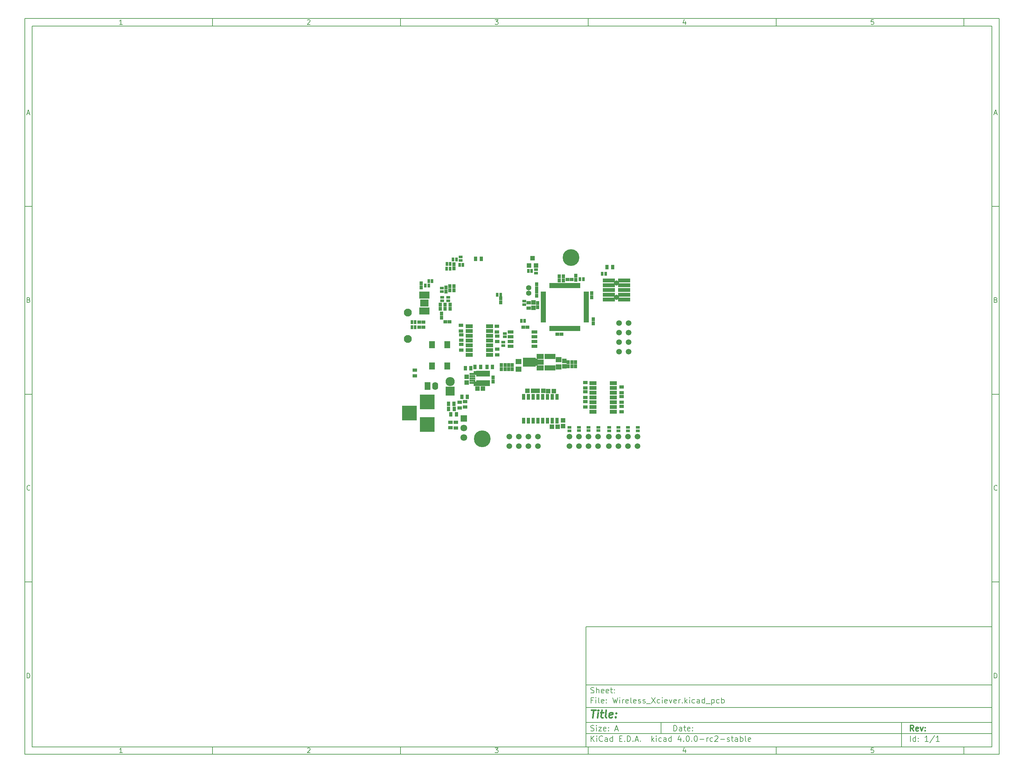
<source format=gbr>
G04 #@! TF.FileFunction,Soldermask,Top*
%FSLAX46Y46*%
G04 Gerber Fmt 4.6, Leading zero omitted, Abs format (unit mm)*
G04 Created by KiCad (PCBNEW 4.0.0-rc2-stable) date 1/25/2016 6:21:02 PM*
%MOMM*%
G01*
G04 APERTURE LIST*
%ADD10C,0.100000*%
%ADD11C,0.150000*%
%ADD12C,0.300000*%
%ADD13C,0.400000*%
%ADD14C,4.464000*%
%ADD15R,3.900120X3.900120*%
%ADD16R,1.300000X0.900000*%
%ADD17R,1.150000X1.200000*%
%ADD18R,0.900000X1.300000*%
%ADD19R,1.200000X0.600000*%
%ADD20R,1.500000X0.600000*%
%ADD21R,0.650000X1.500000*%
%ADD22R,0.650000X1.200000*%
%ADD23R,0.650000X1.100000*%
%ADD24R,2.350000X1.500000*%
%ADD25R,0.908000X1.543000*%
%ADD26R,1.900000X1.000000*%
%ADD27R,1.200000X1.150000*%
%ADD28R,1.797000X1.797000*%
%ADD29C,1.797000*%
%ADD30R,2.432000X2.432000*%
%ADD31O,2.432000X2.432000*%
%ADD32R,3.190000X1.140000*%
%ADD33C,1.370000*%
%ADD34C,1.400760*%
%ADD35R,1.200100X1.200100*%
%ADD36R,1.400000X0.650000*%
%ADD37R,0.650000X1.400000*%
%ADD38R,2.900000X1.400000*%
%ADD39R,1.901140X1.400760*%
%ADD40R,3.399740X2.398980*%
%ADD41R,1.600000X2.100000*%
%ADD42O,1.600000X2.100000*%
%ADD43C,1.500000*%
%ADD44R,0.900000X1.000000*%
%ADD45R,1.650000X1.400000*%
%ADD46R,1.000000X0.900000*%
%ADD47R,0.800000X1.000000*%
%ADD48R,1.000000X0.800000*%
%ADD49R,1.500000X1.900000*%
%ADD50R,1.543000X0.908000*%
%ADD51R,0.750000X1.950000*%
%ADD52R,2.290000X1.970000*%
%ADD53C,2.100000*%
G04 APERTURE END LIST*
D10*
D11*
X159400000Y-171900000D02*
X159400000Y-203900000D01*
X267400000Y-203900000D01*
X267400000Y-171900000D01*
X159400000Y-171900000D01*
D10*
D11*
X10000000Y-10000000D02*
X10000000Y-205900000D01*
X269400000Y-205900000D01*
X269400000Y-10000000D01*
X10000000Y-10000000D01*
D10*
D11*
X12000000Y-12000000D02*
X12000000Y-203900000D01*
X267400000Y-203900000D01*
X267400000Y-12000000D01*
X12000000Y-12000000D01*
D10*
D11*
X60000000Y-12000000D02*
X60000000Y-10000000D01*
D10*
D11*
X110000000Y-12000000D02*
X110000000Y-10000000D01*
D10*
D11*
X160000000Y-12000000D02*
X160000000Y-10000000D01*
D10*
D11*
X210000000Y-12000000D02*
X210000000Y-10000000D01*
D10*
D11*
X260000000Y-12000000D02*
X260000000Y-10000000D01*
D10*
D11*
X35990476Y-11588095D02*
X35247619Y-11588095D01*
X35619048Y-11588095D02*
X35619048Y-10288095D01*
X35495238Y-10473810D01*
X35371429Y-10597619D01*
X35247619Y-10659524D01*
D10*
D11*
X85247619Y-10411905D02*
X85309524Y-10350000D01*
X85433333Y-10288095D01*
X85742857Y-10288095D01*
X85866667Y-10350000D01*
X85928571Y-10411905D01*
X85990476Y-10535714D01*
X85990476Y-10659524D01*
X85928571Y-10845238D01*
X85185714Y-11588095D01*
X85990476Y-11588095D01*
D10*
D11*
X135185714Y-10288095D02*
X135990476Y-10288095D01*
X135557143Y-10783333D01*
X135742857Y-10783333D01*
X135866667Y-10845238D01*
X135928571Y-10907143D01*
X135990476Y-11030952D01*
X135990476Y-11340476D01*
X135928571Y-11464286D01*
X135866667Y-11526190D01*
X135742857Y-11588095D01*
X135371429Y-11588095D01*
X135247619Y-11526190D01*
X135185714Y-11464286D01*
D10*
D11*
X185866667Y-10721429D02*
X185866667Y-11588095D01*
X185557143Y-10226190D02*
X185247619Y-11154762D01*
X186052381Y-11154762D01*
D10*
D11*
X235928571Y-10288095D02*
X235309524Y-10288095D01*
X235247619Y-10907143D01*
X235309524Y-10845238D01*
X235433333Y-10783333D01*
X235742857Y-10783333D01*
X235866667Y-10845238D01*
X235928571Y-10907143D01*
X235990476Y-11030952D01*
X235990476Y-11340476D01*
X235928571Y-11464286D01*
X235866667Y-11526190D01*
X235742857Y-11588095D01*
X235433333Y-11588095D01*
X235309524Y-11526190D01*
X235247619Y-11464286D01*
D10*
D11*
X60000000Y-203900000D02*
X60000000Y-205900000D01*
D10*
D11*
X110000000Y-203900000D02*
X110000000Y-205900000D01*
D10*
D11*
X160000000Y-203900000D02*
X160000000Y-205900000D01*
D10*
D11*
X210000000Y-203900000D02*
X210000000Y-205900000D01*
D10*
D11*
X260000000Y-203900000D02*
X260000000Y-205900000D01*
D10*
D11*
X35990476Y-205488095D02*
X35247619Y-205488095D01*
X35619048Y-205488095D02*
X35619048Y-204188095D01*
X35495238Y-204373810D01*
X35371429Y-204497619D01*
X35247619Y-204559524D01*
D10*
D11*
X85247619Y-204311905D02*
X85309524Y-204250000D01*
X85433333Y-204188095D01*
X85742857Y-204188095D01*
X85866667Y-204250000D01*
X85928571Y-204311905D01*
X85990476Y-204435714D01*
X85990476Y-204559524D01*
X85928571Y-204745238D01*
X85185714Y-205488095D01*
X85990476Y-205488095D01*
D10*
D11*
X135185714Y-204188095D02*
X135990476Y-204188095D01*
X135557143Y-204683333D01*
X135742857Y-204683333D01*
X135866667Y-204745238D01*
X135928571Y-204807143D01*
X135990476Y-204930952D01*
X135990476Y-205240476D01*
X135928571Y-205364286D01*
X135866667Y-205426190D01*
X135742857Y-205488095D01*
X135371429Y-205488095D01*
X135247619Y-205426190D01*
X135185714Y-205364286D01*
D10*
D11*
X185866667Y-204621429D02*
X185866667Y-205488095D01*
X185557143Y-204126190D02*
X185247619Y-205054762D01*
X186052381Y-205054762D01*
D10*
D11*
X235928571Y-204188095D02*
X235309524Y-204188095D01*
X235247619Y-204807143D01*
X235309524Y-204745238D01*
X235433333Y-204683333D01*
X235742857Y-204683333D01*
X235866667Y-204745238D01*
X235928571Y-204807143D01*
X235990476Y-204930952D01*
X235990476Y-205240476D01*
X235928571Y-205364286D01*
X235866667Y-205426190D01*
X235742857Y-205488095D01*
X235433333Y-205488095D01*
X235309524Y-205426190D01*
X235247619Y-205364286D01*
D10*
D11*
X10000000Y-60000000D02*
X12000000Y-60000000D01*
D10*
D11*
X10000000Y-110000000D02*
X12000000Y-110000000D01*
D10*
D11*
X10000000Y-160000000D02*
X12000000Y-160000000D01*
D10*
D11*
X10690476Y-35216667D02*
X11309524Y-35216667D01*
X10566667Y-35588095D02*
X11000000Y-34288095D01*
X11433333Y-35588095D01*
D10*
D11*
X11092857Y-84907143D02*
X11278571Y-84969048D01*
X11340476Y-85030952D01*
X11402381Y-85154762D01*
X11402381Y-85340476D01*
X11340476Y-85464286D01*
X11278571Y-85526190D01*
X11154762Y-85588095D01*
X10659524Y-85588095D01*
X10659524Y-84288095D01*
X11092857Y-84288095D01*
X11216667Y-84350000D01*
X11278571Y-84411905D01*
X11340476Y-84535714D01*
X11340476Y-84659524D01*
X11278571Y-84783333D01*
X11216667Y-84845238D01*
X11092857Y-84907143D01*
X10659524Y-84907143D01*
D10*
D11*
X11402381Y-135464286D02*
X11340476Y-135526190D01*
X11154762Y-135588095D01*
X11030952Y-135588095D01*
X10845238Y-135526190D01*
X10721429Y-135402381D01*
X10659524Y-135278571D01*
X10597619Y-135030952D01*
X10597619Y-134845238D01*
X10659524Y-134597619D01*
X10721429Y-134473810D01*
X10845238Y-134350000D01*
X11030952Y-134288095D01*
X11154762Y-134288095D01*
X11340476Y-134350000D01*
X11402381Y-134411905D01*
D10*
D11*
X10659524Y-185588095D02*
X10659524Y-184288095D01*
X10969048Y-184288095D01*
X11154762Y-184350000D01*
X11278571Y-184473810D01*
X11340476Y-184597619D01*
X11402381Y-184845238D01*
X11402381Y-185030952D01*
X11340476Y-185278571D01*
X11278571Y-185402381D01*
X11154762Y-185526190D01*
X10969048Y-185588095D01*
X10659524Y-185588095D01*
D10*
D11*
X269400000Y-60000000D02*
X267400000Y-60000000D01*
D10*
D11*
X269400000Y-110000000D02*
X267400000Y-110000000D01*
D10*
D11*
X269400000Y-160000000D02*
X267400000Y-160000000D01*
D10*
D11*
X268090476Y-35216667D02*
X268709524Y-35216667D01*
X267966667Y-35588095D02*
X268400000Y-34288095D01*
X268833333Y-35588095D01*
D10*
D11*
X268492857Y-84907143D02*
X268678571Y-84969048D01*
X268740476Y-85030952D01*
X268802381Y-85154762D01*
X268802381Y-85340476D01*
X268740476Y-85464286D01*
X268678571Y-85526190D01*
X268554762Y-85588095D01*
X268059524Y-85588095D01*
X268059524Y-84288095D01*
X268492857Y-84288095D01*
X268616667Y-84350000D01*
X268678571Y-84411905D01*
X268740476Y-84535714D01*
X268740476Y-84659524D01*
X268678571Y-84783333D01*
X268616667Y-84845238D01*
X268492857Y-84907143D01*
X268059524Y-84907143D01*
D10*
D11*
X268802381Y-135464286D02*
X268740476Y-135526190D01*
X268554762Y-135588095D01*
X268430952Y-135588095D01*
X268245238Y-135526190D01*
X268121429Y-135402381D01*
X268059524Y-135278571D01*
X267997619Y-135030952D01*
X267997619Y-134845238D01*
X268059524Y-134597619D01*
X268121429Y-134473810D01*
X268245238Y-134350000D01*
X268430952Y-134288095D01*
X268554762Y-134288095D01*
X268740476Y-134350000D01*
X268802381Y-134411905D01*
D10*
D11*
X268059524Y-185588095D02*
X268059524Y-184288095D01*
X268369048Y-184288095D01*
X268554762Y-184350000D01*
X268678571Y-184473810D01*
X268740476Y-184597619D01*
X268802381Y-184845238D01*
X268802381Y-185030952D01*
X268740476Y-185278571D01*
X268678571Y-185402381D01*
X268554762Y-185526190D01*
X268369048Y-185588095D01*
X268059524Y-185588095D01*
D10*
D11*
X182757143Y-199678571D02*
X182757143Y-198178571D01*
X183114286Y-198178571D01*
X183328571Y-198250000D01*
X183471429Y-198392857D01*
X183542857Y-198535714D01*
X183614286Y-198821429D01*
X183614286Y-199035714D01*
X183542857Y-199321429D01*
X183471429Y-199464286D01*
X183328571Y-199607143D01*
X183114286Y-199678571D01*
X182757143Y-199678571D01*
X184900000Y-199678571D02*
X184900000Y-198892857D01*
X184828571Y-198750000D01*
X184685714Y-198678571D01*
X184400000Y-198678571D01*
X184257143Y-198750000D01*
X184900000Y-199607143D02*
X184757143Y-199678571D01*
X184400000Y-199678571D01*
X184257143Y-199607143D01*
X184185714Y-199464286D01*
X184185714Y-199321429D01*
X184257143Y-199178571D01*
X184400000Y-199107143D01*
X184757143Y-199107143D01*
X184900000Y-199035714D01*
X185400000Y-198678571D02*
X185971429Y-198678571D01*
X185614286Y-198178571D02*
X185614286Y-199464286D01*
X185685714Y-199607143D01*
X185828572Y-199678571D01*
X185971429Y-199678571D01*
X187042857Y-199607143D02*
X186900000Y-199678571D01*
X186614286Y-199678571D01*
X186471429Y-199607143D01*
X186400000Y-199464286D01*
X186400000Y-198892857D01*
X186471429Y-198750000D01*
X186614286Y-198678571D01*
X186900000Y-198678571D01*
X187042857Y-198750000D01*
X187114286Y-198892857D01*
X187114286Y-199035714D01*
X186400000Y-199178571D01*
X187757143Y-199535714D02*
X187828571Y-199607143D01*
X187757143Y-199678571D01*
X187685714Y-199607143D01*
X187757143Y-199535714D01*
X187757143Y-199678571D01*
X187757143Y-198750000D02*
X187828571Y-198821429D01*
X187757143Y-198892857D01*
X187685714Y-198821429D01*
X187757143Y-198750000D01*
X187757143Y-198892857D01*
D10*
D11*
X159400000Y-200400000D02*
X267400000Y-200400000D01*
D10*
D11*
X160757143Y-202478571D02*
X160757143Y-200978571D01*
X161614286Y-202478571D02*
X160971429Y-201621429D01*
X161614286Y-200978571D02*
X160757143Y-201835714D01*
X162257143Y-202478571D02*
X162257143Y-201478571D01*
X162257143Y-200978571D02*
X162185714Y-201050000D01*
X162257143Y-201121429D01*
X162328571Y-201050000D01*
X162257143Y-200978571D01*
X162257143Y-201121429D01*
X163828572Y-202335714D02*
X163757143Y-202407143D01*
X163542857Y-202478571D01*
X163400000Y-202478571D01*
X163185715Y-202407143D01*
X163042857Y-202264286D01*
X162971429Y-202121429D01*
X162900000Y-201835714D01*
X162900000Y-201621429D01*
X162971429Y-201335714D01*
X163042857Y-201192857D01*
X163185715Y-201050000D01*
X163400000Y-200978571D01*
X163542857Y-200978571D01*
X163757143Y-201050000D01*
X163828572Y-201121429D01*
X165114286Y-202478571D02*
X165114286Y-201692857D01*
X165042857Y-201550000D01*
X164900000Y-201478571D01*
X164614286Y-201478571D01*
X164471429Y-201550000D01*
X165114286Y-202407143D02*
X164971429Y-202478571D01*
X164614286Y-202478571D01*
X164471429Y-202407143D01*
X164400000Y-202264286D01*
X164400000Y-202121429D01*
X164471429Y-201978571D01*
X164614286Y-201907143D01*
X164971429Y-201907143D01*
X165114286Y-201835714D01*
X166471429Y-202478571D02*
X166471429Y-200978571D01*
X166471429Y-202407143D02*
X166328572Y-202478571D01*
X166042858Y-202478571D01*
X165900000Y-202407143D01*
X165828572Y-202335714D01*
X165757143Y-202192857D01*
X165757143Y-201764286D01*
X165828572Y-201621429D01*
X165900000Y-201550000D01*
X166042858Y-201478571D01*
X166328572Y-201478571D01*
X166471429Y-201550000D01*
X168328572Y-201692857D02*
X168828572Y-201692857D01*
X169042858Y-202478571D02*
X168328572Y-202478571D01*
X168328572Y-200978571D01*
X169042858Y-200978571D01*
X169685715Y-202335714D02*
X169757143Y-202407143D01*
X169685715Y-202478571D01*
X169614286Y-202407143D01*
X169685715Y-202335714D01*
X169685715Y-202478571D01*
X170400001Y-202478571D02*
X170400001Y-200978571D01*
X170757144Y-200978571D01*
X170971429Y-201050000D01*
X171114287Y-201192857D01*
X171185715Y-201335714D01*
X171257144Y-201621429D01*
X171257144Y-201835714D01*
X171185715Y-202121429D01*
X171114287Y-202264286D01*
X170971429Y-202407143D01*
X170757144Y-202478571D01*
X170400001Y-202478571D01*
X171900001Y-202335714D02*
X171971429Y-202407143D01*
X171900001Y-202478571D01*
X171828572Y-202407143D01*
X171900001Y-202335714D01*
X171900001Y-202478571D01*
X172542858Y-202050000D02*
X173257144Y-202050000D01*
X172400001Y-202478571D02*
X172900001Y-200978571D01*
X173400001Y-202478571D01*
X173900001Y-202335714D02*
X173971429Y-202407143D01*
X173900001Y-202478571D01*
X173828572Y-202407143D01*
X173900001Y-202335714D01*
X173900001Y-202478571D01*
X176900001Y-202478571D02*
X176900001Y-200978571D01*
X177042858Y-201907143D02*
X177471429Y-202478571D01*
X177471429Y-201478571D02*
X176900001Y-202050000D01*
X178114287Y-202478571D02*
X178114287Y-201478571D01*
X178114287Y-200978571D02*
X178042858Y-201050000D01*
X178114287Y-201121429D01*
X178185715Y-201050000D01*
X178114287Y-200978571D01*
X178114287Y-201121429D01*
X179471430Y-202407143D02*
X179328573Y-202478571D01*
X179042859Y-202478571D01*
X178900001Y-202407143D01*
X178828573Y-202335714D01*
X178757144Y-202192857D01*
X178757144Y-201764286D01*
X178828573Y-201621429D01*
X178900001Y-201550000D01*
X179042859Y-201478571D01*
X179328573Y-201478571D01*
X179471430Y-201550000D01*
X180757144Y-202478571D02*
X180757144Y-201692857D01*
X180685715Y-201550000D01*
X180542858Y-201478571D01*
X180257144Y-201478571D01*
X180114287Y-201550000D01*
X180757144Y-202407143D02*
X180614287Y-202478571D01*
X180257144Y-202478571D01*
X180114287Y-202407143D01*
X180042858Y-202264286D01*
X180042858Y-202121429D01*
X180114287Y-201978571D01*
X180257144Y-201907143D01*
X180614287Y-201907143D01*
X180757144Y-201835714D01*
X182114287Y-202478571D02*
X182114287Y-200978571D01*
X182114287Y-202407143D02*
X181971430Y-202478571D01*
X181685716Y-202478571D01*
X181542858Y-202407143D01*
X181471430Y-202335714D01*
X181400001Y-202192857D01*
X181400001Y-201764286D01*
X181471430Y-201621429D01*
X181542858Y-201550000D01*
X181685716Y-201478571D01*
X181971430Y-201478571D01*
X182114287Y-201550000D01*
X184614287Y-201478571D02*
X184614287Y-202478571D01*
X184257144Y-200907143D02*
X183900001Y-201978571D01*
X184828573Y-201978571D01*
X185400001Y-202335714D02*
X185471429Y-202407143D01*
X185400001Y-202478571D01*
X185328572Y-202407143D01*
X185400001Y-202335714D01*
X185400001Y-202478571D01*
X186400001Y-200978571D02*
X186542858Y-200978571D01*
X186685715Y-201050000D01*
X186757144Y-201121429D01*
X186828573Y-201264286D01*
X186900001Y-201550000D01*
X186900001Y-201907143D01*
X186828573Y-202192857D01*
X186757144Y-202335714D01*
X186685715Y-202407143D01*
X186542858Y-202478571D01*
X186400001Y-202478571D01*
X186257144Y-202407143D01*
X186185715Y-202335714D01*
X186114287Y-202192857D01*
X186042858Y-201907143D01*
X186042858Y-201550000D01*
X186114287Y-201264286D01*
X186185715Y-201121429D01*
X186257144Y-201050000D01*
X186400001Y-200978571D01*
X187542858Y-202335714D02*
X187614286Y-202407143D01*
X187542858Y-202478571D01*
X187471429Y-202407143D01*
X187542858Y-202335714D01*
X187542858Y-202478571D01*
X188542858Y-200978571D02*
X188685715Y-200978571D01*
X188828572Y-201050000D01*
X188900001Y-201121429D01*
X188971430Y-201264286D01*
X189042858Y-201550000D01*
X189042858Y-201907143D01*
X188971430Y-202192857D01*
X188900001Y-202335714D01*
X188828572Y-202407143D01*
X188685715Y-202478571D01*
X188542858Y-202478571D01*
X188400001Y-202407143D01*
X188328572Y-202335714D01*
X188257144Y-202192857D01*
X188185715Y-201907143D01*
X188185715Y-201550000D01*
X188257144Y-201264286D01*
X188328572Y-201121429D01*
X188400001Y-201050000D01*
X188542858Y-200978571D01*
X189685715Y-201907143D02*
X190828572Y-201907143D01*
X191542858Y-202478571D02*
X191542858Y-201478571D01*
X191542858Y-201764286D02*
X191614286Y-201621429D01*
X191685715Y-201550000D01*
X191828572Y-201478571D01*
X191971429Y-201478571D01*
X193114286Y-202407143D02*
X192971429Y-202478571D01*
X192685715Y-202478571D01*
X192542857Y-202407143D01*
X192471429Y-202335714D01*
X192400000Y-202192857D01*
X192400000Y-201764286D01*
X192471429Y-201621429D01*
X192542857Y-201550000D01*
X192685715Y-201478571D01*
X192971429Y-201478571D01*
X193114286Y-201550000D01*
X193685714Y-201121429D02*
X193757143Y-201050000D01*
X193900000Y-200978571D01*
X194257143Y-200978571D01*
X194400000Y-201050000D01*
X194471429Y-201121429D01*
X194542857Y-201264286D01*
X194542857Y-201407143D01*
X194471429Y-201621429D01*
X193614286Y-202478571D01*
X194542857Y-202478571D01*
X195185714Y-201907143D02*
X196328571Y-201907143D01*
X196971428Y-202407143D02*
X197114285Y-202478571D01*
X197400000Y-202478571D01*
X197542857Y-202407143D01*
X197614285Y-202264286D01*
X197614285Y-202192857D01*
X197542857Y-202050000D01*
X197400000Y-201978571D01*
X197185714Y-201978571D01*
X197042857Y-201907143D01*
X196971428Y-201764286D01*
X196971428Y-201692857D01*
X197042857Y-201550000D01*
X197185714Y-201478571D01*
X197400000Y-201478571D01*
X197542857Y-201550000D01*
X198042857Y-201478571D02*
X198614286Y-201478571D01*
X198257143Y-200978571D02*
X198257143Y-202264286D01*
X198328571Y-202407143D01*
X198471429Y-202478571D01*
X198614286Y-202478571D01*
X199757143Y-202478571D02*
X199757143Y-201692857D01*
X199685714Y-201550000D01*
X199542857Y-201478571D01*
X199257143Y-201478571D01*
X199114286Y-201550000D01*
X199757143Y-202407143D02*
X199614286Y-202478571D01*
X199257143Y-202478571D01*
X199114286Y-202407143D01*
X199042857Y-202264286D01*
X199042857Y-202121429D01*
X199114286Y-201978571D01*
X199257143Y-201907143D01*
X199614286Y-201907143D01*
X199757143Y-201835714D01*
X200471429Y-202478571D02*
X200471429Y-200978571D01*
X200471429Y-201550000D02*
X200614286Y-201478571D01*
X200900000Y-201478571D01*
X201042857Y-201550000D01*
X201114286Y-201621429D01*
X201185715Y-201764286D01*
X201185715Y-202192857D01*
X201114286Y-202335714D01*
X201042857Y-202407143D01*
X200900000Y-202478571D01*
X200614286Y-202478571D01*
X200471429Y-202407143D01*
X202042858Y-202478571D02*
X201900000Y-202407143D01*
X201828572Y-202264286D01*
X201828572Y-200978571D01*
X203185714Y-202407143D02*
X203042857Y-202478571D01*
X202757143Y-202478571D01*
X202614286Y-202407143D01*
X202542857Y-202264286D01*
X202542857Y-201692857D01*
X202614286Y-201550000D01*
X202757143Y-201478571D01*
X203042857Y-201478571D01*
X203185714Y-201550000D01*
X203257143Y-201692857D01*
X203257143Y-201835714D01*
X202542857Y-201978571D01*
D10*
D11*
X159400000Y-197400000D02*
X267400000Y-197400000D01*
D10*
D12*
X246614286Y-199678571D02*
X246114286Y-198964286D01*
X245757143Y-199678571D02*
X245757143Y-198178571D01*
X246328571Y-198178571D01*
X246471429Y-198250000D01*
X246542857Y-198321429D01*
X246614286Y-198464286D01*
X246614286Y-198678571D01*
X246542857Y-198821429D01*
X246471429Y-198892857D01*
X246328571Y-198964286D01*
X245757143Y-198964286D01*
X247828571Y-199607143D02*
X247685714Y-199678571D01*
X247400000Y-199678571D01*
X247257143Y-199607143D01*
X247185714Y-199464286D01*
X247185714Y-198892857D01*
X247257143Y-198750000D01*
X247400000Y-198678571D01*
X247685714Y-198678571D01*
X247828571Y-198750000D01*
X247900000Y-198892857D01*
X247900000Y-199035714D01*
X247185714Y-199178571D01*
X248400000Y-198678571D02*
X248757143Y-199678571D01*
X249114285Y-198678571D01*
X249685714Y-199535714D02*
X249757142Y-199607143D01*
X249685714Y-199678571D01*
X249614285Y-199607143D01*
X249685714Y-199535714D01*
X249685714Y-199678571D01*
X249685714Y-198750000D02*
X249757142Y-198821429D01*
X249685714Y-198892857D01*
X249614285Y-198821429D01*
X249685714Y-198750000D01*
X249685714Y-198892857D01*
D10*
D11*
X160685714Y-199607143D02*
X160900000Y-199678571D01*
X161257143Y-199678571D01*
X161400000Y-199607143D01*
X161471429Y-199535714D01*
X161542857Y-199392857D01*
X161542857Y-199250000D01*
X161471429Y-199107143D01*
X161400000Y-199035714D01*
X161257143Y-198964286D01*
X160971429Y-198892857D01*
X160828571Y-198821429D01*
X160757143Y-198750000D01*
X160685714Y-198607143D01*
X160685714Y-198464286D01*
X160757143Y-198321429D01*
X160828571Y-198250000D01*
X160971429Y-198178571D01*
X161328571Y-198178571D01*
X161542857Y-198250000D01*
X162185714Y-199678571D02*
X162185714Y-198678571D01*
X162185714Y-198178571D02*
X162114285Y-198250000D01*
X162185714Y-198321429D01*
X162257142Y-198250000D01*
X162185714Y-198178571D01*
X162185714Y-198321429D01*
X162757143Y-198678571D02*
X163542857Y-198678571D01*
X162757143Y-199678571D01*
X163542857Y-199678571D01*
X164685714Y-199607143D02*
X164542857Y-199678571D01*
X164257143Y-199678571D01*
X164114286Y-199607143D01*
X164042857Y-199464286D01*
X164042857Y-198892857D01*
X164114286Y-198750000D01*
X164257143Y-198678571D01*
X164542857Y-198678571D01*
X164685714Y-198750000D01*
X164757143Y-198892857D01*
X164757143Y-199035714D01*
X164042857Y-199178571D01*
X165400000Y-199535714D02*
X165471428Y-199607143D01*
X165400000Y-199678571D01*
X165328571Y-199607143D01*
X165400000Y-199535714D01*
X165400000Y-199678571D01*
X165400000Y-198750000D02*
X165471428Y-198821429D01*
X165400000Y-198892857D01*
X165328571Y-198821429D01*
X165400000Y-198750000D01*
X165400000Y-198892857D01*
X167185714Y-199250000D02*
X167900000Y-199250000D01*
X167042857Y-199678571D02*
X167542857Y-198178571D01*
X168042857Y-199678571D01*
D10*
D11*
X245757143Y-202478571D02*
X245757143Y-200978571D01*
X247114286Y-202478571D02*
X247114286Y-200978571D01*
X247114286Y-202407143D02*
X246971429Y-202478571D01*
X246685715Y-202478571D01*
X246542857Y-202407143D01*
X246471429Y-202335714D01*
X246400000Y-202192857D01*
X246400000Y-201764286D01*
X246471429Y-201621429D01*
X246542857Y-201550000D01*
X246685715Y-201478571D01*
X246971429Y-201478571D01*
X247114286Y-201550000D01*
X247828572Y-202335714D02*
X247900000Y-202407143D01*
X247828572Y-202478571D01*
X247757143Y-202407143D01*
X247828572Y-202335714D01*
X247828572Y-202478571D01*
X247828572Y-201550000D02*
X247900000Y-201621429D01*
X247828572Y-201692857D01*
X247757143Y-201621429D01*
X247828572Y-201550000D01*
X247828572Y-201692857D01*
X250471429Y-202478571D02*
X249614286Y-202478571D01*
X250042858Y-202478571D02*
X250042858Y-200978571D01*
X249900001Y-201192857D01*
X249757143Y-201335714D01*
X249614286Y-201407143D01*
X252185714Y-200907143D02*
X250900000Y-202835714D01*
X253471429Y-202478571D02*
X252614286Y-202478571D01*
X253042858Y-202478571D02*
X253042858Y-200978571D01*
X252900001Y-201192857D01*
X252757143Y-201335714D01*
X252614286Y-201407143D01*
D10*
D11*
X159400000Y-193400000D02*
X267400000Y-193400000D01*
D10*
D13*
X160852381Y-194104762D02*
X161995238Y-194104762D01*
X161173810Y-196104762D02*
X161423810Y-194104762D01*
X162411905Y-196104762D02*
X162578571Y-194771429D01*
X162661905Y-194104762D02*
X162554762Y-194200000D01*
X162638095Y-194295238D01*
X162745239Y-194200000D01*
X162661905Y-194104762D01*
X162638095Y-194295238D01*
X163245238Y-194771429D02*
X164007143Y-194771429D01*
X163614286Y-194104762D02*
X163400000Y-195819048D01*
X163471430Y-196009524D01*
X163650001Y-196104762D01*
X163840477Y-196104762D01*
X164792858Y-196104762D02*
X164614287Y-196009524D01*
X164542857Y-195819048D01*
X164757143Y-194104762D01*
X166328572Y-196009524D02*
X166126191Y-196104762D01*
X165745239Y-196104762D01*
X165566667Y-196009524D01*
X165495238Y-195819048D01*
X165590476Y-195057143D01*
X165709524Y-194866667D01*
X165911905Y-194771429D01*
X166292857Y-194771429D01*
X166471429Y-194866667D01*
X166542857Y-195057143D01*
X166519048Y-195247619D01*
X165542857Y-195438095D01*
X167292857Y-195914286D02*
X167376192Y-196009524D01*
X167269048Y-196104762D01*
X167185715Y-196009524D01*
X167292857Y-195914286D01*
X167269048Y-196104762D01*
X167423810Y-194866667D02*
X167507144Y-194961905D01*
X167400000Y-195057143D01*
X167316667Y-194961905D01*
X167423810Y-194866667D01*
X167400000Y-195057143D01*
D10*
D11*
X161257143Y-191492857D02*
X160757143Y-191492857D01*
X160757143Y-192278571D02*
X160757143Y-190778571D01*
X161471429Y-190778571D01*
X162042857Y-192278571D02*
X162042857Y-191278571D01*
X162042857Y-190778571D02*
X161971428Y-190850000D01*
X162042857Y-190921429D01*
X162114285Y-190850000D01*
X162042857Y-190778571D01*
X162042857Y-190921429D01*
X162971429Y-192278571D02*
X162828571Y-192207143D01*
X162757143Y-192064286D01*
X162757143Y-190778571D01*
X164114285Y-192207143D02*
X163971428Y-192278571D01*
X163685714Y-192278571D01*
X163542857Y-192207143D01*
X163471428Y-192064286D01*
X163471428Y-191492857D01*
X163542857Y-191350000D01*
X163685714Y-191278571D01*
X163971428Y-191278571D01*
X164114285Y-191350000D01*
X164185714Y-191492857D01*
X164185714Y-191635714D01*
X163471428Y-191778571D01*
X164828571Y-192135714D02*
X164899999Y-192207143D01*
X164828571Y-192278571D01*
X164757142Y-192207143D01*
X164828571Y-192135714D01*
X164828571Y-192278571D01*
X164828571Y-191350000D02*
X164899999Y-191421429D01*
X164828571Y-191492857D01*
X164757142Y-191421429D01*
X164828571Y-191350000D01*
X164828571Y-191492857D01*
X166542857Y-190778571D02*
X166900000Y-192278571D01*
X167185714Y-191207143D01*
X167471428Y-192278571D01*
X167828571Y-190778571D01*
X168400000Y-192278571D02*
X168400000Y-191278571D01*
X168400000Y-190778571D02*
X168328571Y-190850000D01*
X168400000Y-190921429D01*
X168471428Y-190850000D01*
X168400000Y-190778571D01*
X168400000Y-190921429D01*
X169114286Y-192278571D02*
X169114286Y-191278571D01*
X169114286Y-191564286D02*
X169185714Y-191421429D01*
X169257143Y-191350000D01*
X169400000Y-191278571D01*
X169542857Y-191278571D01*
X170614285Y-192207143D02*
X170471428Y-192278571D01*
X170185714Y-192278571D01*
X170042857Y-192207143D01*
X169971428Y-192064286D01*
X169971428Y-191492857D01*
X170042857Y-191350000D01*
X170185714Y-191278571D01*
X170471428Y-191278571D01*
X170614285Y-191350000D01*
X170685714Y-191492857D01*
X170685714Y-191635714D01*
X169971428Y-191778571D01*
X171542857Y-192278571D02*
X171399999Y-192207143D01*
X171328571Y-192064286D01*
X171328571Y-190778571D01*
X172685713Y-192207143D02*
X172542856Y-192278571D01*
X172257142Y-192278571D01*
X172114285Y-192207143D01*
X172042856Y-192064286D01*
X172042856Y-191492857D01*
X172114285Y-191350000D01*
X172257142Y-191278571D01*
X172542856Y-191278571D01*
X172685713Y-191350000D01*
X172757142Y-191492857D01*
X172757142Y-191635714D01*
X172042856Y-191778571D01*
X173328570Y-192207143D02*
X173471427Y-192278571D01*
X173757142Y-192278571D01*
X173899999Y-192207143D01*
X173971427Y-192064286D01*
X173971427Y-191992857D01*
X173899999Y-191850000D01*
X173757142Y-191778571D01*
X173542856Y-191778571D01*
X173399999Y-191707143D01*
X173328570Y-191564286D01*
X173328570Y-191492857D01*
X173399999Y-191350000D01*
X173542856Y-191278571D01*
X173757142Y-191278571D01*
X173899999Y-191350000D01*
X174542856Y-192207143D02*
X174685713Y-192278571D01*
X174971428Y-192278571D01*
X175114285Y-192207143D01*
X175185713Y-192064286D01*
X175185713Y-191992857D01*
X175114285Y-191850000D01*
X174971428Y-191778571D01*
X174757142Y-191778571D01*
X174614285Y-191707143D01*
X174542856Y-191564286D01*
X174542856Y-191492857D01*
X174614285Y-191350000D01*
X174757142Y-191278571D01*
X174971428Y-191278571D01*
X175114285Y-191350000D01*
X175471428Y-192421429D02*
X176614285Y-192421429D01*
X176828571Y-190778571D02*
X177828571Y-192278571D01*
X177828571Y-190778571D02*
X176828571Y-192278571D01*
X179042856Y-192207143D02*
X178899999Y-192278571D01*
X178614285Y-192278571D01*
X178471427Y-192207143D01*
X178399999Y-192135714D01*
X178328570Y-191992857D01*
X178328570Y-191564286D01*
X178399999Y-191421429D01*
X178471427Y-191350000D01*
X178614285Y-191278571D01*
X178899999Y-191278571D01*
X179042856Y-191350000D01*
X179685713Y-192278571D02*
X179685713Y-191278571D01*
X179685713Y-190778571D02*
X179614284Y-190850000D01*
X179685713Y-190921429D01*
X179757141Y-190850000D01*
X179685713Y-190778571D01*
X179685713Y-190921429D01*
X180971427Y-192207143D02*
X180828570Y-192278571D01*
X180542856Y-192278571D01*
X180399999Y-192207143D01*
X180328570Y-192064286D01*
X180328570Y-191492857D01*
X180399999Y-191350000D01*
X180542856Y-191278571D01*
X180828570Y-191278571D01*
X180971427Y-191350000D01*
X181042856Y-191492857D01*
X181042856Y-191635714D01*
X180328570Y-191778571D01*
X181542856Y-191278571D02*
X181899999Y-192278571D01*
X182257141Y-191278571D01*
X183399998Y-192207143D02*
X183257141Y-192278571D01*
X182971427Y-192278571D01*
X182828570Y-192207143D01*
X182757141Y-192064286D01*
X182757141Y-191492857D01*
X182828570Y-191350000D01*
X182971427Y-191278571D01*
X183257141Y-191278571D01*
X183399998Y-191350000D01*
X183471427Y-191492857D01*
X183471427Y-191635714D01*
X182757141Y-191778571D01*
X184114284Y-192278571D02*
X184114284Y-191278571D01*
X184114284Y-191564286D02*
X184185712Y-191421429D01*
X184257141Y-191350000D01*
X184399998Y-191278571D01*
X184542855Y-191278571D01*
X185042855Y-192135714D02*
X185114283Y-192207143D01*
X185042855Y-192278571D01*
X184971426Y-192207143D01*
X185042855Y-192135714D01*
X185042855Y-192278571D01*
X185757141Y-192278571D02*
X185757141Y-190778571D01*
X185899998Y-191707143D02*
X186328569Y-192278571D01*
X186328569Y-191278571D02*
X185757141Y-191850000D01*
X186971427Y-192278571D02*
X186971427Y-191278571D01*
X186971427Y-190778571D02*
X186899998Y-190850000D01*
X186971427Y-190921429D01*
X187042855Y-190850000D01*
X186971427Y-190778571D01*
X186971427Y-190921429D01*
X188328570Y-192207143D02*
X188185713Y-192278571D01*
X187899999Y-192278571D01*
X187757141Y-192207143D01*
X187685713Y-192135714D01*
X187614284Y-191992857D01*
X187614284Y-191564286D01*
X187685713Y-191421429D01*
X187757141Y-191350000D01*
X187899999Y-191278571D01*
X188185713Y-191278571D01*
X188328570Y-191350000D01*
X189614284Y-192278571D02*
X189614284Y-191492857D01*
X189542855Y-191350000D01*
X189399998Y-191278571D01*
X189114284Y-191278571D01*
X188971427Y-191350000D01*
X189614284Y-192207143D02*
X189471427Y-192278571D01*
X189114284Y-192278571D01*
X188971427Y-192207143D01*
X188899998Y-192064286D01*
X188899998Y-191921429D01*
X188971427Y-191778571D01*
X189114284Y-191707143D01*
X189471427Y-191707143D01*
X189614284Y-191635714D01*
X190971427Y-192278571D02*
X190971427Y-190778571D01*
X190971427Y-192207143D02*
X190828570Y-192278571D01*
X190542856Y-192278571D01*
X190399998Y-192207143D01*
X190328570Y-192135714D01*
X190257141Y-191992857D01*
X190257141Y-191564286D01*
X190328570Y-191421429D01*
X190399998Y-191350000D01*
X190542856Y-191278571D01*
X190828570Y-191278571D01*
X190971427Y-191350000D01*
X191328570Y-192421429D02*
X192471427Y-192421429D01*
X192828570Y-191278571D02*
X192828570Y-192778571D01*
X192828570Y-191350000D02*
X192971427Y-191278571D01*
X193257141Y-191278571D01*
X193399998Y-191350000D01*
X193471427Y-191421429D01*
X193542856Y-191564286D01*
X193542856Y-191992857D01*
X193471427Y-192135714D01*
X193399998Y-192207143D01*
X193257141Y-192278571D01*
X192971427Y-192278571D01*
X192828570Y-192207143D01*
X194828570Y-192207143D02*
X194685713Y-192278571D01*
X194399999Y-192278571D01*
X194257141Y-192207143D01*
X194185713Y-192135714D01*
X194114284Y-191992857D01*
X194114284Y-191564286D01*
X194185713Y-191421429D01*
X194257141Y-191350000D01*
X194399999Y-191278571D01*
X194685713Y-191278571D01*
X194828570Y-191350000D01*
X195471427Y-192278571D02*
X195471427Y-190778571D01*
X195471427Y-191350000D02*
X195614284Y-191278571D01*
X195899998Y-191278571D01*
X196042855Y-191350000D01*
X196114284Y-191421429D01*
X196185713Y-191564286D01*
X196185713Y-191992857D01*
X196114284Y-192135714D01*
X196042855Y-192207143D01*
X195899998Y-192278571D01*
X195614284Y-192278571D01*
X195471427Y-192207143D01*
D10*
D11*
X159400000Y-187400000D02*
X267400000Y-187400000D01*
D10*
D11*
X160685714Y-189507143D02*
X160900000Y-189578571D01*
X161257143Y-189578571D01*
X161400000Y-189507143D01*
X161471429Y-189435714D01*
X161542857Y-189292857D01*
X161542857Y-189150000D01*
X161471429Y-189007143D01*
X161400000Y-188935714D01*
X161257143Y-188864286D01*
X160971429Y-188792857D01*
X160828571Y-188721429D01*
X160757143Y-188650000D01*
X160685714Y-188507143D01*
X160685714Y-188364286D01*
X160757143Y-188221429D01*
X160828571Y-188150000D01*
X160971429Y-188078571D01*
X161328571Y-188078571D01*
X161542857Y-188150000D01*
X162185714Y-189578571D02*
X162185714Y-188078571D01*
X162828571Y-189578571D02*
X162828571Y-188792857D01*
X162757142Y-188650000D01*
X162614285Y-188578571D01*
X162400000Y-188578571D01*
X162257142Y-188650000D01*
X162185714Y-188721429D01*
X164114285Y-189507143D02*
X163971428Y-189578571D01*
X163685714Y-189578571D01*
X163542857Y-189507143D01*
X163471428Y-189364286D01*
X163471428Y-188792857D01*
X163542857Y-188650000D01*
X163685714Y-188578571D01*
X163971428Y-188578571D01*
X164114285Y-188650000D01*
X164185714Y-188792857D01*
X164185714Y-188935714D01*
X163471428Y-189078571D01*
X165399999Y-189507143D02*
X165257142Y-189578571D01*
X164971428Y-189578571D01*
X164828571Y-189507143D01*
X164757142Y-189364286D01*
X164757142Y-188792857D01*
X164828571Y-188650000D01*
X164971428Y-188578571D01*
X165257142Y-188578571D01*
X165399999Y-188650000D01*
X165471428Y-188792857D01*
X165471428Y-188935714D01*
X164757142Y-189078571D01*
X165899999Y-188578571D02*
X166471428Y-188578571D01*
X166114285Y-188078571D02*
X166114285Y-189364286D01*
X166185713Y-189507143D01*
X166328571Y-189578571D01*
X166471428Y-189578571D01*
X166971428Y-189435714D02*
X167042856Y-189507143D01*
X166971428Y-189578571D01*
X166899999Y-189507143D01*
X166971428Y-189435714D01*
X166971428Y-189578571D01*
X166971428Y-188650000D02*
X167042856Y-188721429D01*
X166971428Y-188792857D01*
X166899999Y-188721429D01*
X166971428Y-188650000D01*
X166971428Y-188792857D01*
D10*
D11*
X179400000Y-197400000D02*
X179400000Y-200400000D01*
D10*
D11*
X243400000Y-197400000D02*
X243400000Y-203900000D01*
D14*
X155380000Y-73670000D03*
D15*
X117130000Y-112045000D03*
X117130000Y-118044480D03*
X112431000Y-115044740D03*
D16*
X144180000Y-87120000D03*
X144180000Y-85620000D03*
X135705000Y-93445000D03*
X135705000Y-91945000D03*
X126155000Y-93195000D03*
X126155000Y-91695000D03*
X126230000Y-95670000D03*
X126230000Y-94170000D03*
X126205000Y-98245000D03*
X126205000Y-96745000D03*
X135730000Y-96020000D03*
X135730000Y-94520000D03*
D17*
X127641765Y-105399591D03*
X127641765Y-106899591D03*
D18*
X128780000Y-103095000D03*
X127280000Y-103095000D03*
X131349843Y-102744269D03*
X129849843Y-102744269D03*
X133030000Y-102795000D03*
X134530000Y-102795000D03*
D19*
X129009843Y-107014269D03*
X129009843Y-104614269D03*
D20*
X129159843Y-106414269D03*
X129159843Y-105814269D03*
X129159843Y-105214269D03*
D21*
X130509843Y-107064269D03*
X131159843Y-107064269D03*
X130509843Y-104564269D03*
X131159843Y-104564269D03*
D22*
X129859843Y-107214269D03*
D23*
X129859843Y-104364269D03*
D24*
X132659843Y-107064269D03*
X132659843Y-104564269D03*
D16*
X135780000Y-99545000D03*
X135780000Y-98045000D03*
D25*
X151705000Y-117045000D03*
X149165000Y-117045000D03*
X147895000Y-117045000D03*
X146625000Y-117045000D03*
X145355000Y-117045000D03*
X144085000Y-117045000D03*
X142815000Y-117045000D03*
X142815000Y-110695000D03*
X144085000Y-110695000D03*
X145355000Y-110695000D03*
X146625000Y-110695000D03*
X147895000Y-110695000D03*
X149165000Y-110695000D03*
X150435000Y-110695000D03*
X151705000Y-110695000D03*
X150435000Y-117045000D03*
D16*
X159255000Y-113445000D03*
X159255000Y-111945000D03*
X168905000Y-114720000D03*
X168905000Y-113220000D03*
X168905000Y-112170000D03*
X168905000Y-110670000D03*
X159255000Y-108370000D03*
X159255000Y-106870000D03*
X159255000Y-110895000D03*
X159255000Y-109395000D03*
X168905000Y-109620000D03*
X168905000Y-108120000D03*
D26*
X161258535Y-107090423D03*
X161258535Y-108360423D03*
X161258535Y-109630423D03*
X161258535Y-110900423D03*
X161258535Y-112170423D03*
X161258535Y-113440423D03*
X161258535Y-114710423D03*
X166658535Y-114710423D03*
X166658535Y-113440423D03*
X166658535Y-112170423D03*
X166658535Y-110900423D03*
X166658535Y-109630423D03*
X166658535Y-108360423D03*
X166658535Y-107090423D03*
X128305000Y-91900000D03*
X128305000Y-93170000D03*
X128305000Y-94440000D03*
X128305000Y-95710000D03*
X128305000Y-96980000D03*
X128305000Y-98250000D03*
X128305000Y-99520000D03*
X133705000Y-99520000D03*
X133705000Y-98250000D03*
X133705000Y-96980000D03*
X133705000Y-95710000D03*
X133705000Y-94440000D03*
X133705000Y-93170000D03*
X133705000Y-91900000D03*
D27*
X131991765Y-108524591D03*
X130491765Y-108524591D03*
D16*
X124720725Y-118992729D03*
X124720725Y-117492729D03*
D28*
X126920725Y-116492729D03*
D29*
X126920725Y-119032729D03*
X126920725Y-121572729D03*
D16*
X123345725Y-118967729D03*
X123345725Y-117467729D03*
X113880000Y-103645000D03*
X113880000Y-105145000D03*
D30*
X123245725Y-109167729D03*
D31*
X123245725Y-106627729D03*
D32*
X169550000Y-84850000D03*
X165480000Y-84850000D03*
X169550000Y-83580000D03*
X169550000Y-82310000D03*
X169550000Y-81040000D03*
X169550000Y-79770000D03*
X165480000Y-83580000D03*
X165480000Y-82310000D03*
X165480000Y-81040000D03*
X165480000Y-79770000D03*
D33*
X167515000Y-84215000D03*
X167515000Y-80405000D03*
D34*
X144180000Y-81645000D03*
X144180000Y-83143600D03*
D18*
X130005000Y-73995000D03*
X131505000Y-73995000D03*
D35*
X144230000Y-75768980D03*
X146130000Y-75768980D03*
X145180000Y-73770000D03*
D18*
X124320725Y-113942729D03*
X122820725Y-113942729D03*
D16*
X127195725Y-111967729D03*
X127195725Y-113467729D03*
D18*
X124295725Y-112592729D03*
X122795725Y-112592729D03*
X123420725Y-115342729D03*
X124920725Y-115342729D03*
D36*
X148085000Y-83040000D03*
X148085000Y-83540000D03*
X148085000Y-84040000D03*
X148085000Y-84540000D03*
X148085000Y-85040000D03*
X148085000Y-85540000D03*
X148085000Y-86040000D03*
X148085000Y-86540000D03*
X148085000Y-87040000D03*
X148085000Y-87540000D03*
X148085000Y-88040000D03*
X148085000Y-88540000D03*
X148085000Y-89040000D03*
X148085000Y-89540000D03*
X148085000Y-90040000D03*
X148085000Y-90540000D03*
D37*
X150035000Y-92490000D03*
X150535000Y-92490000D03*
X151035000Y-92490000D03*
X151535000Y-92490000D03*
X152035000Y-92490000D03*
X152535000Y-92490000D03*
X153035000Y-92490000D03*
X153535000Y-92490000D03*
X154035000Y-92490000D03*
X154535000Y-92490000D03*
X155035000Y-92490000D03*
X155535000Y-92490000D03*
X156035000Y-92490000D03*
X156535000Y-92490000D03*
X157035000Y-92490000D03*
X157535000Y-92490000D03*
D36*
X159485000Y-90540000D03*
X159485000Y-90040000D03*
X159485000Y-89540000D03*
X159485000Y-89040000D03*
X159485000Y-88540000D03*
X159485000Y-88040000D03*
X159485000Y-87540000D03*
X159485000Y-87040000D03*
X159485000Y-86540000D03*
X159485000Y-86040000D03*
X159485000Y-85540000D03*
X159485000Y-85040000D03*
X159485000Y-84540000D03*
X159485000Y-84040000D03*
X159485000Y-83540000D03*
X159485000Y-83040000D03*
D37*
X157535000Y-81090000D03*
X157035000Y-81090000D03*
X156535000Y-81090000D03*
X156035000Y-81090000D03*
X155535000Y-81090000D03*
X155035000Y-81090000D03*
X154535000Y-81090000D03*
X154035000Y-81090000D03*
X153535000Y-81090000D03*
X153035000Y-81090000D03*
X152535000Y-81090000D03*
X152035000Y-81090000D03*
X151535000Y-81090000D03*
X151035000Y-81090000D03*
X150535000Y-81090000D03*
X150035000Y-81090000D03*
D38*
X149805000Y-99995000D03*
X149805000Y-102995000D03*
D39*
X147231660Y-102971140D03*
X147231660Y-101470000D03*
X147231660Y-99968860D03*
D40*
X144280180Y-101470000D03*
D10*
G36*
X145554650Y-100269240D02*
X146703950Y-100769620D01*
X146703950Y-102170380D01*
X145554650Y-102670760D01*
X145554650Y-100269240D01*
X145554650Y-100269240D01*
G37*
D16*
X125820725Y-113667729D03*
X125820725Y-112167729D03*
D41*
X117230000Y-107870000D03*
D42*
X119230000Y-107870000D03*
D18*
X165005000Y-76170000D03*
X166505000Y-76170000D03*
X126345725Y-110692729D03*
X127845725Y-110692729D03*
D43*
X168215000Y-98715000D03*
X170755000Y-98715000D03*
X168215000Y-96175000D03*
X170755000Y-96175000D03*
X168215000Y-93635000D03*
X170755000Y-93635000D03*
X168215000Y-91095000D03*
X170755000Y-91095000D03*
X146630000Y-121295000D03*
X146630000Y-123835000D03*
X144090000Y-121295000D03*
X144090000Y-123835000D03*
X141550000Y-121295000D03*
X141550000Y-123835000D03*
X139010000Y-121295000D03*
X139010000Y-123835000D03*
X162650000Y-121290000D03*
X162650000Y-123830000D03*
X160110000Y-121290000D03*
X160110000Y-123830000D03*
X157570000Y-121290000D03*
X157570000Y-123830000D03*
X155030000Y-121290000D03*
X155030000Y-123830000D03*
X173140000Y-121265000D03*
X173140000Y-123805000D03*
X170600000Y-121265000D03*
X170600000Y-123805000D03*
X168060000Y-121265000D03*
X168060000Y-123805000D03*
X165520000Y-121265000D03*
X165520000Y-123805000D03*
D44*
X134666765Y-106674591D03*
X134666765Y-105574591D03*
D45*
X152130000Y-100795000D03*
X152130000Y-102795000D03*
D17*
X153605000Y-101120000D03*
X153605000Y-102620000D03*
D44*
X154680000Y-101495000D03*
X154680000Y-102595000D03*
X155630000Y-101495000D03*
X155630000Y-102595000D03*
X156580000Y-101495000D03*
X156580000Y-102595000D03*
D45*
X141405000Y-101345000D03*
X141405000Y-103345000D03*
D44*
X139780000Y-102220000D03*
X139780000Y-103320000D03*
X137855000Y-102220000D03*
X137855000Y-103320000D03*
X138805000Y-102220000D03*
X138805000Y-103320000D03*
X136905000Y-102245000D03*
X136905000Y-103345000D03*
D27*
X150855000Y-109170000D03*
X149355000Y-109170000D03*
X148005000Y-109120000D03*
X146505000Y-109120000D03*
D17*
X153330000Y-118495000D03*
X153330000Y-116995000D03*
D27*
X143855000Y-109120000D03*
X145355000Y-109120000D03*
X151830000Y-118645000D03*
X150330000Y-118645000D03*
D44*
X156655000Y-79595000D03*
X156655000Y-78495000D03*
D46*
X151755000Y-93995000D03*
X152855000Y-93995000D03*
D44*
X160905000Y-83120000D03*
X160905000Y-84220000D03*
X161305000Y-90095000D03*
X161305000Y-91195000D03*
X153355000Y-79745000D03*
X153355000Y-78645000D03*
X152280000Y-79745000D03*
X152280000Y-78645000D03*
D46*
X154455000Y-79470000D03*
X155555000Y-79470000D03*
D44*
X146530000Y-86820000D03*
X146530000Y-85720000D03*
D17*
X145455000Y-87045000D03*
X145455000Y-85545000D03*
D44*
X146230000Y-81845000D03*
X146230000Y-80745000D03*
X146230000Y-82695000D03*
X146230000Y-83795000D03*
X124215000Y-75380000D03*
X124215000Y-76480000D03*
X123280000Y-86170000D03*
X123280000Y-87270000D03*
X120580000Y-87295000D03*
X120580000Y-86195000D03*
X121905000Y-87295000D03*
X121905000Y-86195000D03*
X122105000Y-82720000D03*
X122105000Y-81620000D03*
X120980000Y-89645000D03*
X120980000Y-88545000D03*
X124230000Y-82345000D03*
X124230000Y-81245000D03*
D46*
X121955000Y-90695000D03*
X123055000Y-90695000D03*
D44*
X123155000Y-82345000D03*
X123155000Y-81245000D03*
D47*
X164605000Y-77970000D03*
X163705000Y-77970000D03*
X157805000Y-79420000D03*
X158705000Y-79420000D03*
D48*
X162655000Y-119720000D03*
X162655000Y-118820000D03*
X142980000Y-86170000D03*
X142980000Y-85270000D03*
X160105000Y-119720000D03*
X160105000Y-118820000D03*
X157555000Y-119720000D03*
X157555000Y-118820000D03*
X155030000Y-119745000D03*
X155030000Y-118845000D03*
D47*
X144930000Y-77170000D03*
X144030000Y-77170000D03*
D48*
X146130000Y-76845000D03*
X146130000Y-77745000D03*
X173155000Y-119745000D03*
X173155000Y-118845000D03*
X170605000Y-119770000D03*
X170605000Y-118870000D03*
X168055000Y-119745000D03*
X168055000Y-118845000D03*
X165530000Y-119745000D03*
X165530000Y-118845000D03*
D47*
X126655000Y-75545000D03*
X125755000Y-75545000D03*
X124930000Y-74170000D03*
X124030000Y-74170000D03*
D48*
X126030000Y-73495000D03*
X126030000Y-74395000D03*
D47*
X123230000Y-76570000D03*
X122330000Y-76570000D03*
X122380000Y-75345000D03*
X123280000Y-75345000D03*
D48*
X122755000Y-85145000D03*
X122755000Y-84245000D03*
X121155000Y-85120000D03*
X121155000Y-84220000D03*
X121005000Y-81770000D03*
X121005000Y-82670000D03*
D49*
X118405000Y-96795000D03*
X122505000Y-96795000D03*
X122505000Y-102515000D03*
X118405000Y-102515000D03*
D46*
X143805000Y-92195000D03*
X142705000Y-92195000D03*
D48*
X137805000Y-93845000D03*
X137805000Y-94745000D03*
D47*
X143080000Y-90470000D03*
X142180000Y-90470000D03*
D48*
X137405000Y-97045000D03*
X137405000Y-96145000D03*
D44*
X136680000Y-85570000D03*
X136680000Y-84470000D03*
D46*
X116105000Y-90820000D03*
X115005000Y-90820000D03*
X116130000Y-92145000D03*
X115030000Y-92145000D03*
D44*
X115505000Y-81620000D03*
X115505000Y-80520000D03*
D47*
X113955000Y-92145000D03*
X113055000Y-92145000D03*
X135780000Y-83520000D03*
X136680000Y-83520000D03*
X113055000Y-90845000D03*
X113955000Y-90845000D03*
X117555000Y-79870000D03*
X118455000Y-79870000D03*
X117555000Y-81070000D03*
X116655000Y-81070000D03*
D50*
X145705000Y-93470000D03*
X145705000Y-94740000D03*
X145705000Y-96010000D03*
X145705000Y-97280000D03*
X139355000Y-97280000D03*
X139355000Y-96010000D03*
X139355000Y-94740000D03*
X139355000Y-93470000D03*
D51*
X115405000Y-83620000D03*
X116055000Y-83620000D03*
X116705000Y-83620000D03*
X117355000Y-83620000D03*
X117355000Y-87820000D03*
X116705000Y-87820000D03*
X116055000Y-87820000D03*
X115405000Y-87820000D03*
D52*
X116380000Y-85720000D03*
D53*
X111980000Y-88320000D03*
X111980000Y-95320000D03*
D14*
X131830000Y-121895000D03*
M02*

</source>
